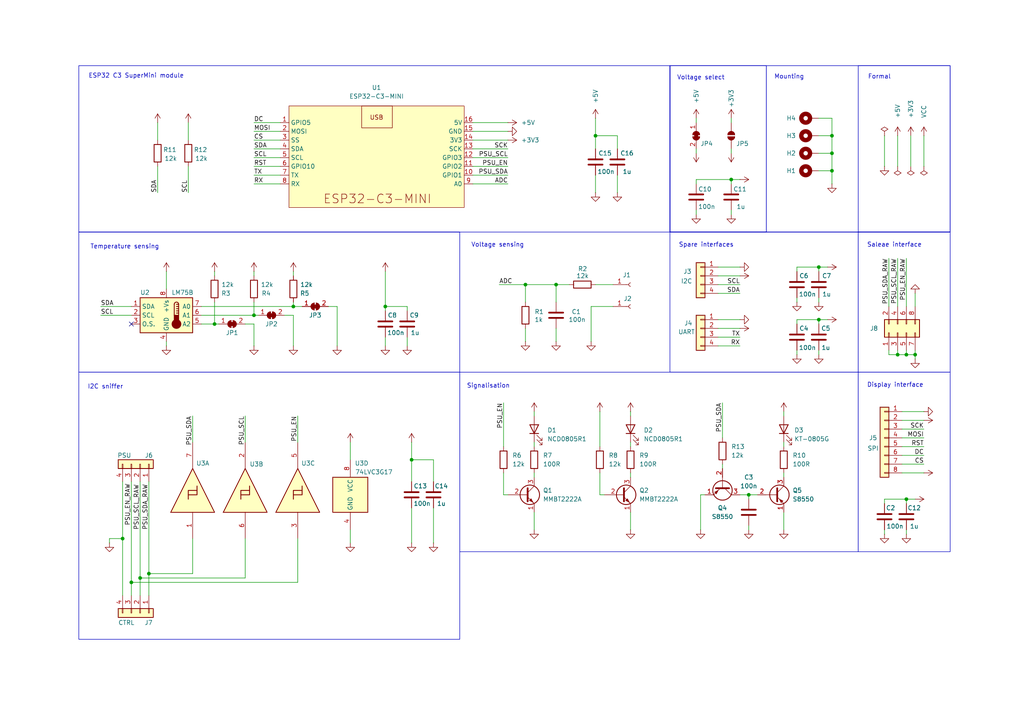
<source format=kicad_sch>
(kicad_sch (version 20250114) (generator "eeschema") (generator_version "9.0")
  (paper "A4")
  (rectangle (start 133.35 107.95) (end 248.92 160.02))
  (rectangle (start 22.86 19.05) (end 194.31 67.31))
  (rectangle (start 194.31 19.05) (end 222.25 67.31))
  (rectangle (start 248.92 19.05) (end 275.59 67.31))
  (rectangle (start 222.25 19.05) (end 275.59 67.31))
  (rectangle (start 22.86 107.95) (end 133.35 185.42))
  (rectangle (start 194.31 67.31) (end 248.92 107.95))
  (rectangle (start 248.92 67.31) (end 275.59 107.95))
  (rectangle (start 248.92 107.95) (end 275.59 160.02))
  (rectangle (start 194.31 19.05) (end 222.25 67.31))
  (rectangle (start 22.86 67.31) (end 133.35 107.95))
  (text "Saleae interface" (at 251.46 71.12 0) (effects (font (size 1.27 1.27)) (justify left)))
  (text "Signalisation" (at 135.382 112.014 0) (effects (font (size 1.27 1.27)) (justify left)))
  (text "ESP32 C3 SuperMini module" (at 25.654 22.098 0) (effects (font (size 1.27 1.27)) (justify left)))
  (text "Voltage sensing" (at 136.652 71.12 0) (effects (font (size 1.27 1.27)) (justify left)))
  (text "I2C sniffer" (at 25.4 112.268 0) (effects (font (size 1.27 1.27)) (justify left)))
  (text "Display interface" (at 251.46 111.76 0) (effects (font (size 1.27 1.27)) (justify left)))
  (text "Voltage select" (at 196.342 22.606 0) (effects (font (size 1.27 1.27)) (justify left)))
  (text "Formal\n" (at 251.714 22.352 0) (effects (font (size 1.27 1.27)) (justify left)))
  (text "Spare interfaces" (at 196.85 71.12 0) (effects (font (size 1.27 1.27)) (justify left)))
  (text "Mounting" (at 224.536 22.352 0) (effects (font (size 1.27 1.27)) (justify left)))
  (text "Temperature sensing" (at 26.162 71.628 0) (effects (font (size 1.27 1.27)) (justify left)))
  (junction (at 35.56 156.21))
  (junction (at 40.64 167.64))
  (junction (at 262.89 102.87))
  (junction (at 237.49 92.71))
  (junction (at 62.23 93.98))
  (junction (at 161.29 82.55))
  (junction (at 73.66 91.44))
  (junction (at 241.3 49.53))
  (junction (at 265.43 102.87))
  (junction (at 241.3 44.45))
  (junction (at 119.38 133.35))
  (junction (at 262.89 144.78))
  (junction (at 152.4 82.55))
  (junction (at 241.3 39.37))
  (junction (at 38.1 168.91))
  (junction (at 43.18 166.37))
  (junction (at 237.49 77.47))
  (junction (at 111.76 88.9))
  (junction (at 217.17 143.51))
  (junction (at 85.09 88.9))
  (junction (at 212.09 52.07))
  (junction (at 172.72 39.37))
  (junction (at 260.35 102.87))
  (no_connect (at 38.1 93.98))
  (wire (pts (xy 241.3 49.53) (xy 241.3 53.34)))
  (wire (pts (xy 171.45 88.9) (xy 171.45 99.06)))
  (wire (pts (xy 175.26 143.51) (xy 173.99 143.51)))
  (wire (pts (xy 40.64 139.7) (xy 40.64 167.64)))
  (wire (pts (xy 262.89 102.87) (xy 265.43 102.87)))
  (wire (pts (xy 154.94 148.59) (xy 154.94 153.67)))
  (wire (pts (xy 137.16 38.1) (xy 147.32 38.1)))
  (wire (pts (xy 71.12 93.98) (xy 73.66 93.98)))
  (wire (pts (xy 212.09 35.56) (xy 212.09 34.29)))
  (wire (pts (xy 179.07 50.8) (xy 179.07 55.88)))
  (wire (pts (xy 154.94 128.27) (xy 154.94 129.54)))
  (wire (pts (xy 227.33 128.27) (xy 227.33 129.54)))
  (wire (pts (xy 262.89 153.67) (xy 262.89 154.94)))
  (wire (pts (xy 182.88 137.16) (xy 182.88 138.43)))
  (wire (pts (xy 62.23 78.74) (xy 62.23 80.01)))
  (wire (pts (xy 119.38 128.27) (xy 119.38 133.35)))
  (wire (pts (xy 262.89 102.87) (xy 262.89 101.6)))
  (wire (pts (xy 73.66 53.34) (xy 81.28 53.34)))
  (wire (pts (xy 237.49 77.47) (xy 240.03 77.47)))
  (wire (pts (xy 231.14 77.47) (xy 237.49 77.47)))
  (wire (pts (xy 241.3 34.29) (xy 241.3 39.37)))
  (wire (pts (xy 119.38 133.35) (xy 125.73 133.35)))
  (wire (pts (xy 73.66 40.64) (xy 81.28 40.64)))
  (wire (pts (xy 137.16 40.64) (xy 147.32 40.64)))
  (wire (pts (xy 241.3 39.37) (xy 237.49 39.37)))
  (wire (pts (xy 182.88 128.27) (xy 182.88 129.54)))
  (wire (pts (xy 172.72 82.55) (xy 177.8 82.55)))
  (wire (pts (xy 264.16 39.37) (xy 264.16 48.26)))
  (wire (pts (xy 241.3 44.45) (xy 241.3 49.53)))
  (wire (pts (xy 214.63 82.55) (xy 208.28 82.55)))
  (wire (pts (xy 173.99 137.16) (xy 173.99 143.51)))
  (wire (pts (xy 111.76 78.74) (xy 111.76 88.9)))
  (wire (pts (xy 214.63 97.79) (xy 208.28 97.79)))
  (wire (pts (xy 101.6 153.67) (xy 101.6 157.48)))
  (wire (pts (xy 201.93 44.45) (xy 201.93 43.18)))
  (wire (pts (xy 241.3 44.45) (xy 237.49 44.45)))
  (wire (pts (xy 262.89 88.9) (xy 262.89 74.93)))
  (wire (pts (xy 212.09 52.07) (xy 212.09 53.34)))
  (wire (pts (xy 85.09 78.74) (xy 85.09 80.01)))
  (wire (pts (xy 40.64 167.64) (xy 71.12 167.64)))
  (wire (pts (xy 261.62 124.46) (xy 267.97 124.46)))
  (wire (pts (xy 73.66 35.56) (xy 81.28 35.56)))
  (wire (pts (xy 237.49 86.36) (xy 237.49 87.63)))
  (wire (pts (xy 237.49 92.71) (xy 237.49 93.98)))
  (wire (pts (xy 111.76 88.9) (xy 111.76 90.17)))
  (wire (pts (xy 214.63 85.09) (xy 208.28 85.09)))
  (wire (pts (xy 161.29 95.25) (xy 161.29 99.06)))
  (wire (pts (xy 182.88 148.59) (xy 182.88 153.67)))
  (wire (pts (xy 147.32 50.8) (xy 137.16 50.8)))
  (wire (pts (xy 260.35 102.87) (xy 260.35 101.6)))
  (wire (pts (xy 265.43 102.87) (xy 265.43 104.14)))
  (wire (pts (xy 227.33 137.16) (xy 227.33 138.43)))
  (wire (pts (xy 71.12 167.64) (xy 71.12 156.21)))
  (wire (pts (xy 172.72 39.37) (xy 172.72 43.18)))
  (wire (pts (xy 48.26 99.06) (xy 48.26 100.33)))
  (wire (pts (xy 146.05 137.16) (xy 146.05 143.51)))
  (wire (pts (xy 31.75 156.21) (xy 35.56 156.21)))
  (wire (pts (xy 208.28 80.01) (xy 214.63 80.01)))
  (wire (pts (xy 38.1 168.91) (xy 86.36 168.91)))
  (wire (pts (xy 73.66 45.72) (xy 81.28 45.72)))
  (wire (pts (xy 177.8 88.9) (xy 171.45 88.9)))
  (wire (pts (xy 256.54 144.78) (xy 262.89 144.78)))
  (wire (pts (xy 172.72 55.88) (xy 172.72 50.8)))
  (wire (pts (xy 214.63 100.33) (xy 208.28 100.33)))
  (wire (pts (xy 227.33 119.38) (xy 227.33 120.65)))
  (wire (pts (xy 231.14 92.71) (xy 231.14 93.98)))
  (wire (pts (xy 43.18 166.37) (xy 55.88 166.37)))
  (wire (pts (xy 73.66 50.8) (xy 81.28 50.8)))
  (wire (pts (xy 209.55 134.62) (xy 209.55 135.89)))
  (wire (pts (xy 29.21 88.9) (xy 38.1 88.9)))
  (wire (pts (xy 152.4 82.55) (xy 152.4 87.63)))
  (wire (pts (xy 111.76 100.33) (xy 111.76 97.79)))
  (wire (pts (xy 256.54 39.37) (xy 256.54 48.26)))
  (wire (pts (xy 237.49 77.47) (xy 237.49 78.74)))
  (wire (pts (xy 38.1 168.91) (xy 38.1 172.72)))
  (wire (pts (xy 201.93 62.23) (xy 201.93 60.96)))
  (wire (pts (xy 241.3 39.37) (xy 241.3 44.45)))
  (wire (pts (xy 97.79 88.9) (xy 97.79 100.33)))
  (wire (pts (xy 237.49 92.71) (xy 240.03 92.71)))
  (wire (pts (xy 265.43 88.9) (xy 265.43 85.09)))
  (wire (pts (xy 31.75 157.48) (xy 31.75 156.21)))
  (wire (pts (xy 161.29 82.55) (xy 165.1 82.55)))
  (wire (pts (xy 261.62 134.62) (xy 267.97 134.62)))
  (wire (pts (xy 95.25 88.9) (xy 97.79 88.9)))
  (wire (pts (xy 231.14 77.47) (xy 231.14 78.74)))
  (wire (pts (xy 267.97 39.37) (xy 267.97 48.26)))
  (wire (pts (xy 257.81 102.87) (xy 260.35 102.87)))
  (wire (pts (xy 260.35 88.9) (xy 260.35 74.93)))
  (wire (pts (xy 262.89 144.78) (xy 262.89 146.05)))
  (wire (pts (xy 111.76 88.9) (xy 118.11 88.9)))
  (wire (pts (xy 43.18 139.7) (xy 43.18 166.37)))
  (wire (pts (xy 257.81 102.87) (xy 257.81 101.6)))
  (wire (pts (xy 241.3 49.53) (xy 237.49 49.53)))
  (wire (pts (xy 172.72 39.37) (xy 179.07 39.37)))
  (wire (pts (xy 217.17 143.51) (xy 219.71 143.51)))
  (wire (pts (xy 55.88 166.37) (xy 55.88 156.21)))
  (wire (pts (xy 62.23 87.63) (xy 62.23 93.98)))
  (wire (pts (xy 144.78 82.55) (xy 152.4 82.55)))
  (wire (pts (xy 161.29 82.55) (xy 161.29 87.63)))
  (wire (pts (xy 261.62 121.92) (xy 267.97 121.92)))
  (wire (pts (xy 73.66 78.74) (xy 73.66 80.01)))
  (wire (pts (xy 147.32 43.18) (xy 137.16 43.18)))
  (wire (pts (xy 201.93 52.07) (xy 212.09 52.07)))
  (wire (pts (xy 35.56 156.21) (xy 35.56 172.72)))
  (wire (pts (xy 73.66 93.98) (xy 73.66 100.33)))
  (wire (pts (xy 40.64 167.64) (xy 40.64 172.72)))
  (wire (pts (xy 45.72 35.56) (xy 45.72 40.64)))
  (wire (pts (xy 201.93 52.07) (xy 201.93 53.34)))
  (wire (pts (xy 85.09 87.63) (xy 85.09 88.9)))
  (wire (pts (xy 125.73 147.32) (xy 125.73 157.48)))
  (wire (pts (xy 231.14 102.87) (xy 231.14 101.6)))
  (wire (pts (xy 241.3 34.29) (xy 237.49 34.29)))
  (wire (pts (xy 154.94 119.38) (xy 154.94 120.65)))
  (wire (pts (xy 118.11 88.9) (xy 118.11 90.17)))
  (wire (pts (xy 86.36 120.65) (xy 86.36 128.27)))
  (wire (pts (xy 85.09 91.44) (xy 85.09 100.33)))
  (wire (pts (xy 35.56 139.7) (xy 35.56 156.21)))
  (wire (pts (xy 203.2 143.51) (xy 204.47 143.51)))
  (wire (pts (xy 147.32 48.26) (xy 137.16 48.26)))
  (wire (pts (xy 261.62 119.38) (xy 267.97 119.38)))
  (wire (pts (xy 265.43 102.87) (xy 265.43 101.6)))
  (wire (pts (xy 101.6 128.27) (xy 101.6 133.35)))
  (wire (pts (xy 45.72 48.26) (xy 45.72 55.88)))
  (wire (pts (xy 231.14 92.71) (xy 237.49 92.71)))
  (wire (pts (xy 152.4 95.25) (xy 152.4 99.06)))
  (wire (pts (xy 73.66 87.63) (xy 73.66 91.44)))
  (wire (pts (xy 147.32 143.51) (xy 146.05 143.51)))
  (wire (pts (xy 85.09 88.9) (xy 87.63 88.9)))
  (wire (pts (xy 146.05 116.84) (xy 146.05 129.54)))
  (wire (pts (xy 62.23 93.98) (xy 63.5 93.98)))
  (wire (pts (xy 237.49 101.6) (xy 237.49 102.87)))
  (wire (pts (xy 137.16 35.56) (xy 147.32 35.56)))
  (wire (pts (xy 256.54 144.78) (xy 256.54 146.05)))
  (wire (pts (xy 147.32 53.34) (xy 137.16 53.34)))
  (wire (pts (xy 262.89 144.78) (xy 265.43 144.78)))
  (wire (pts (xy 119.38 133.35) (xy 119.38 139.7)))
  (wire (pts (xy 54.61 35.56) (xy 54.61 40.64)))
  (wire (pts (xy 73.66 91.44) (xy 74.93 91.44)))
  (wire (pts (xy 231.14 87.63) (xy 231.14 86.36)))
  (wire (pts (xy 261.62 129.54) (xy 267.97 129.54)))
  (wire (pts (xy 154.94 137.16) (xy 154.94 138.43)))
  (wire (pts (xy 58.42 91.44) (xy 73.66 91.44)))
  (wire (pts (xy 267.97 127) (xy 261.62 127)))
  (wire (pts (xy 217.17 152.4) (xy 217.17 153.67)))
  (wire (pts (xy 208.28 92.71) (xy 214.63 92.71)))
  (wire (pts (xy 201.93 35.56) (xy 201.93 34.29)))
  (wire (pts (xy 182.88 119.38) (xy 182.88 120.65)))
  (wire (pts (xy 257.81 88.9) (xy 257.81 74.93)))
  (wire (pts (xy 260.35 39.37) (xy 260.35 48.26)))
  (wire (pts (xy 86.36 168.91) (xy 86.36 156.21)))
  (wire (pts (xy 267.97 132.08) (xy 261.62 132.08)))
  (wire (pts (xy 203.2 153.67) (xy 203.2 143.51)))
  (wire (pts (xy 58.42 88.9) (xy 85.09 88.9)))
  (wire (pts (xy 261.62 137.16) (xy 267.97 137.16)))
  (wire (pts (xy 73.66 38.1) (xy 81.28 38.1)))
  (wire (pts (xy 208.28 95.25) (xy 214.63 95.25)))
  (wire (pts (xy 29.21 91.44) (xy 38.1 91.44)))
  (wire (pts (xy 152.4 82.55) (xy 161.29 82.55)))
  (wire (pts (xy 125.73 133.35) (xy 125.73 139.7)))
  (wire (pts (xy 173.99 119.38) (xy 173.99 129.54)))
  (wire (pts (xy 179.07 39.37) (xy 179.07 43.18)))
  (wire (pts (xy 227.33 148.59) (xy 227.33 153.67)))
  (wire (pts (xy 71.12 120.65) (xy 71.12 128.27)))
  (wire (pts (xy 260.35 102.87) (xy 262.89 102.87)))
  (wire (pts (xy 209.55 116.84) (xy 209.55 127)))
  (wire (pts (xy 212.09 44.45) (xy 212.09 43.18)))
  (wire (pts (xy 43.18 166.37) (xy 43.18 172.72)))
  (wire (pts (xy 73.66 48.26) (xy 81.28 48.26)))
  (wire (pts (xy 212.09 60.96) (xy 212.09 62.23)))
  (wire (pts (xy 147.32 45.72) (xy 137.16 45.72)))
  (wire (pts (xy 82.55 91.44) (xy 85.09 91.44)))
  (wire (pts (xy 48.26 78.74) (xy 48.26 83.82)))
  (wire (pts (xy 118.11 97.79) (xy 118.11 100.33)))
  (wire (pts (xy 58.42 93.98) (xy 62.23 93.98)))
  (wire (pts (xy 73.66 43.18) (xy 81.28 43.18)))
  (wire (pts (xy 214.63 143.51) (xy 217.17 143.51)))
  (wire (pts (xy 256.54 154.94) (xy 256.54 153.67)))
  (wire (pts (xy 172.72 34.29) (xy 172.72 39.37)))
  (wire (pts (xy 55.88 120.65) (xy 55.88 128.27)))
  (wire (pts (xy 38.1 139.7) (xy 38.1 168.91)))
  (wire (pts (xy 119.38 157.48) (xy 119.38 147.32)))
  (wire (pts (xy 217.17 143.51) (xy 217.17 144.78)))
  (wire (pts (xy 208.28 77.47) (xy 214.63 77.47)))
  (wire (pts (xy 212.09 52.07) (xy 214.63 52.07)))
  (wire (pts (xy 54.61 48.26) (xy 54.61 55.88)))
  (label "PSU_SCL" (at 147.32 45.72 180))
  (label "SDA" (at 73.66 43.18 0))
  (label "PSU_EN_RAW" (at 262.89 74.93 270))
  (label "PSU_SCL_RAW" (at 260.35 74.93 270))
  (label "SDA" (at 214.63 85.09 180))
  (label "SCK" (at 147.32 43.18 180))
  (label "RST" (at 267.97 129.54 180))
  (label "ADC" (at 147.32 53.34 180))
  (label "RX" (at 73.66 53.34 0))
  (label "RST" (at 73.66 48.26 0))
  (label "PSU_EN" (at 147.32 48.26 180))
  (label "PSU_SCL" (at 71.12 120.65 270))
  (label "SCK" (at 267.97 124.46 180))
  (label "MOSI" (at 73.66 38.1 0))
  (label "DC" (at 267.97 132.08 180))
  (label "RX" (at 214.63 100.33 180))
  (label "SCL" (at 214.63 82.55 180))
  (label "ADC" (at 144.78 82.55 0))
  (label "SCL" (at 54.61 55.88 90))
  (label "CS" (at 73.66 40.64 0))
  (label "PSU_SDA_RAW" (at 43.18 153.67 90))
  (label "PSU_EN" (at 86.36 120.65 270))
  (label "SDA" (at 45.72 55.88 90))
  (label "SDA" (at 29.21 88.9 0))
  (label "TX" (at 214.63 97.79 180))
  (label "PSU_SCL_RAW" (at 40.64 153.67 90))
  (label "TX" (at 73.66 50.8 0))
  (label "PSU_EN" (at 146.05 116.84 270))
  (label "CS" (at 267.97 134.62 180))
  (label "PSU_SDA_RAW" (at 257.81 74.93 270))
  (label "PSU_EN_RAW" (at 38.1 152.4 90))
  (label "MOSI" (at 267.97 127 180))
  (label "SCL" (at 29.21 91.44 0))
  (label "PSU_SDA" (at 209.55 116.84 270))
  (label "PSU_SDA" (at 55.88 120.65 270))
  (label "DC" (at 73.66 35.56 0))
  (label "PSU_SDA" (at 147.32 50.8 180))
  (label "SCL" (at 73.66 45.72 0))
  (symbol (lib_id "Connector_Generic:Conn_01x04") (at 40.64 177.8 270) (unit 1)
    (property "Reference" "J7" (at 41.91 180.594 90) (effects (justify left)))
    (property "Value" "CTRL" (at 34.29 180.594 90) (effects (justify left)))
    (property "Footprint" "Connector_Molex:Molex_KK-254_AE-6410-04A_1x04_P2.54mm_Vertical" (effects (hide yes)))
    (property "Description" "Generic connector, single row, 01x04, script generated (kicad-library-utils/schlib/autogen/connector/)" (effects (hide yes)))
  )
  (symbol (lib_id "Device:C") (at 172.72 46.99 180) (unit 1)
    (property "Reference" "C15" (at 175.514 44.45 0))
    (property "Value" "100n" (at 175.768 49.784 0))
    (property "Footprint" "Capacitor_SMD:C_0603_1608Metric_Pad1.08x0.95mm_HandSolder" (effects (hide yes)))
    (property "LCSC" "C14663" (effects (hide yes)))
  )
  (symbol (lib_id "74xGxx:74LVC3G17") (at 71.12 140.97 90) (unit 2)
    (property "Reference" "U3" (at 72.39 134.62 90) (effects (justify right)))
    (property "Value" "74LVC3G17" (effects (hide yes)))
    (property "Footprint" "Package_SO:VSSOP-8_2.3x2mm_P0.5mm" (effects (hide yes)))
    (property "Datasheet" "http://www.ti.com/lit/sg/scyt129e/scyt129e.pdf" (effects (hide yes)))
    (property "Description" "Triple Buffer Schmitt, Low-Voltage CMOS" (effects (hide yes)))
    (property "LCSC" "C68245" (effects (hide yes)))
  )
  (symbol (lib_id "power:VCC") (at 85.09 78.74 0) (unit 1)
    (property "Reference" "#PWR024" (effects (hide yes)))
    (property "Value" "VCC" (effects (hide yes)))
    (property "Description" "Power symbol creates a global label with name \"VCC\"" (effects (hide yes)))
  )
  (symbol (lib_id "power:VCC") (at 265.43 144.78 270) (unit 1)
    (property "Reference" "#PWR056" (effects (hide yes)))
    (property "Value" "VCC" (effects (hide yes)))
    (property "Description" "Power symbol creates a global label with name \"VCC\"" (effects (hide yes)))
  )
  (symbol (lib_name "GND_1") (lib_id "power:GND") (at 212.09 62.23 0) (unit 1)
    (property "Reference" "#PWR054" (effects (hide yes)))
    (property "Value" "GND" (effects (hide yes)))
    (property "Description" "Power symbol creates a global label with name \"GND\" , ground" (effects (hide yes)))
  )
  (symbol (lib_id "74xGxx:74LVC3G17") (at 55.88 140.97 90) (unit 1)
    (property "Reference" "U3" (at 56.896 134.366 90) (effects (justify right)))
    (property "Value" "74LVC3G17" (effects (hide yes)))
    (property "Footprint" "Package_SO:VSSOP-8_2.3x2mm_P0.5mm" (effects (hide yes)))
    (property "Datasheet" "http://www.ti.com/lit/sg/scyt129e/scyt129e.pdf" (effects (hide yes)))
    (property "Description" "Triple Buffer Schmitt, Low-Voltage CMOS" (effects (hide yes)))
    (property "LCSC" "C68245" (effects (hide yes)))
  )
  (symbol (lib_id "Mechanical:MountingHole_Pad") (at 234.95 44.45 90) (unit 1)
    (property "Reference" "H2" (at 228.092 44.45 90) (effects (justify right)))
    (property "Value" "M3_Pad_Via" (effects (hide yes)))
    (property "Footprint" "MountingHole:MountingHole_3.2mm_M3_DIN965_Pad_TopBottom" (effects (hide yes)))
  )
  (symbol (lib_name "GND_1") (lib_id "power:GND") (at 201.93 62.23 0) (unit 1)
    (property "Reference" "#PWR053" (effects (hide yes)))
    (property "Value" "GND" (effects (hide yes)))
    (property "Description" "Power symbol creates a global label with name \"GND\" , ground" (effects (hide yes)))
  )
  (symbol (lib_id "power:+5V") (at 147.32 35.56 270) (unit 1)
    (property "Reference" "#PWR09" (effects (hide yes)))
    (property "Value" "+5V" (at 151.13 35.5599 90) (effects (justify left)))
    (property "Description" "Power symbol creates a global label with name \"+5V\"" (effects (hide yes)))
  )
  (symbol (lib_id "power:VCC") (at 62.23 78.74 0) (unit 1)
    (property "Reference" "#PWR022" (effects (hide yes)))
    (property "Value" "VCC" (effects (hide yes)))
    (property "Description" "Power symbol creates a global label with name \"VCC\"" (effects (hide yes)))
  )
  (symbol (lib_id "Connector:Conn_01x01_Socket") (at 182.88 88.9 0) (unit 1)
    (property "Reference" "J2" (at 180.848 86.614 0) (effects (justify left)))
    (property "Value" "Bannana plug" (effects (hide yes)))
    (property "Footprint" "Connector:Banana_Cliff_FCR7350B_S16N-PC_Horizontal" (effects (hide yes)))
  )
  (symbol (lib_name "+3V3_1") (lib_id "power:+3V3") (at 264.16 39.37 0) (unit 1)
    (property "Reference" "#PWR030" (effects (hide yes)))
    (property "Value" "+3V3" (at 264.16 34.29 90) (effects (justify left)))
    (property "Description" "Power symbol creates a global label with name \"+3V3\"" (effects (hide yes)))
  )
  (symbol (lib_id "power:PWR_FLAG") (at 264.16 48.26 180) (unit 1)
    (property "Reference" "#FLG03" (effects (hide yes)))
    (property "Value" "PWR_FLAG" (effects (hide yes)))
    (property "Description" "Special symbol for telling ERC where power comes from" (effects (hide yes)))
  )
  (symbol (lib_id "power:PWR_FLAG") (at 260.35 48.26 180) (unit 1)
    (property "Reference" "#FLG02" (effects (hide yes)))
    (property "Value" "PWR_FLAG" (effects (hide yes)))
    (property "Description" "Special symbol for telling ERC where power comes from" (effects (hide yes)))
  )
  (symbol (lib_id "Jumper:SolderJumper_2_Bridged") (at 91.44 88.9 0) (unit 1)
    (property "Reference" "JP3" (at 91.44 91.44 0))
    (property "Value" "SolderJumper_2_Bridged" (effects (hide yes)))
    (property "Footprint" "Jumper:SolderJumper-2_P1.3mm_Bridged_RoundedPad1.0x1.5mm" (effects (hide yes)))
  )
  (symbol (lib_name "GND_1") (lib_id "power:GND") (at 97.79 100.33 0) (unit 1)
    (property "Reference" "#PWR026" (effects (hide yes)))
    (property "Value" "GND" (effects (hide yes)))
    (property "Description" "Power symbol creates a global label with name \"GND\" , ground" (effects (hide yes)))
  )
  (symbol (lib_id "Device:R") (at 152.4 91.44 0) (unit 1)
    (property "Reference" "R1" (at 157.734 90.424 0) (effects (justify right)))
    (property "Value" "1k" (at 157.48 92.71 0) (effects (justify right)))
    (property "Footprint" "Resistor_SMD:R_0603_1608Metric_Pad0.98x0.95mm_HandSolder" (effects (hide yes)))
    (property "LCSC" "C21190" (effects (hide yes)))
  )
  (symbol (lib_id "Connector_Generic:Conn_01x08") (at 256.54 127 0) (mirror y) (unit 1)
    (property "Reference" "J5" (at 253.238 127 0))
    (property "Value" "SPI" (at 253.238 130.048 0))
    (property "Footprint" "Connector_PinHeader_2.54mm:PinHeader_1x08_P2.54mm_Vertical" (effects (hide yes)))
    (property "Description" "Generic connector, single row, 01x08, script generated (kicad-library-utils/schlib/autogen/connector/)" (effects (hide yes)))
  )
  (symbol (lib_id "power:VCC") (at 214.63 95.25 270) (unit 1)
    (property "Reference" "#PWR012" (effects (hide yes)))
    (property "Value" "VCC" (effects (hide yes)))
    (property "Description" "Power symbol creates a global label with name \"VCC\"" (effects (hide yes)))
  )
  (symbol (lib_name "GND_1") (lib_id "power:GND") (at 256.54 154.94 0) (unit 1)
    (property "Reference" "#PWR027" (effects (hide yes)))
    (property "Value" "GND" (effects (hide yes)))
    (property "Description" "Power symbol creates a global label with name \"GND\" , ground" (effects (hide yes)))
  )
  (symbol (lib_id "power:+5V") (at 172.72 34.29 0) (unit 1)
    (property "Reference" "#PWR062" (effects (hide yes)))
    (property "Value" "+5V" (at 172.72 29.972 90) (effects (justify left)))
    (property "Description" "Power symbol creates a global label with name \"+5V\"" (effects (hide yes)))
  )
  (symbol (lib_name "GND_1") (lib_id "power:GND") (at 231.14 102.87 0) (unit 1)
    (property "Reference" "#PWR047" (effects (hide yes)))
    (property "Value" "GND" (effects (hide yes)))
    (property "Description" "Power symbol creates a global label with name \"GND\" , ground" (effects (hide yes)))
  )
  (symbol (lib_id "Device:C") (at 201.93 57.15 180) (unit 1)
    (property "Reference" "C10" (at 204.47 54.864 0))
    (property "Value" "100n" (at 204.978 59.944 0))
    (property "Footprint" "Capacitor_SMD:C_0603_1608Metric_Pad1.08x0.95mm_HandSolder" (effects (hide yes)))
    (property "LCSC" "C14663" (effects (hide yes)))
  )
  (symbol (lib_id "Device:R") (at 168.91 82.55 90) (unit 1)
    (property "Reference" "R2" (at 167.64 77.978 90) (effects (justify right)))
    (property "Value" "12k" (at 167.132 80.01 90) (effects (justify right)))
    (property "Footprint" "Resistor_SMD:R_0603_1608Metric_Pad0.98x0.95mm_HandSolder" (effects (hide yes)))
    (property "LCSC" "C22790" (effects (hide yes)))
  )
  (symbol (lib_name "GND_1") (lib_id "power:GND") (at 256.54 48.26 0) (unit 1)
    (property "Reference" "#PWR016" (effects (hide yes)))
    (property "Value" "GND" (effects (hide yes)))
    (property "Description" "Power symbol creates a global label with name \"GND\" , ground" (effects (hide yes)))
  )
  (symbol (lib_name "GND_1") (lib_id "power:GND") (at 154.94 153.67 0) (unit 1)
    (property "Reference" "#PWR038" (effects (hide yes)))
    (property "Value" "GND" (effects (hide yes)))
    (property "Description" "Power symbol creates a global label with name \"GND\" , ground" (effects (hide yes)))
  )
  (symbol (lib_name "GND_1") (lib_id "power:GND") (at 85.09 100.33 0) (unit 1)
    (property "Reference" "#PWR025" (effects (hide yes)))
    (property "Value" "GND" (effects (hide yes)))
    (property "Description" "Power symbol creates a global label with name \"GND\" , ground" (effects (hide yes)))
  )
  (symbol (lib_id "power:VCC") (at 267.97 121.92 270) (unit 1)
    (property "Reference" "#PWR014" (effects (hide yes)))
    (property "Value" "VCC" (effects (hide yes)))
    (property "Description" "Power symbol creates a global label with name \"VCC\"" (effects (hide yes)))
  )
  (symbol (lib_id "Device:C") (at 118.11 93.98 180) (unit 1)
    (property "Reference" "C9" (at 120.142 91.44 0))
    (property "Value" "1u" (at 120.396 96.52 0))
    (property "Footprint" "Capacitor_SMD:C_0603_1608Metric_Pad1.08x0.95mm_HandSolder" (effects (hide yes)))
    (property "LCSC" " C15849" (effects (hide yes)))
  )
  (symbol (lib_id "power:VCC") (at 267.97 137.16 270) (unit 1)
    (property "Reference" "#PWR067" (effects (hide yes)))
    (property "Value" "VCC" (effects (hide yes)))
    (property "Description" "Power symbol creates a global label with name \"VCC\"" (effects (hide yes)))
  )
  (symbol (lib_id "power:VCC") (at 119.38 128.27 0) (unit 1)
    (property "Reference" "#PWR059" (effects (hide yes)))
    (property "Value" "VCC" (effects (hide yes)))
    (property "Description" "Power symbol creates a global label with name \"VCC\"" (effects (hide yes)))
  )
  (symbol (lib_name "GND_1") (lib_id "power:GND") (at 217.17 153.67 0) (unit 1)
    (property "Reference" "#PWR08" (effects (hide yes)))
    (property "Value" "GND" (effects (hide yes)))
    (property "Description" "Power symbol creates a global label with name \"GND\" , ground" (effects (hide yes)))
  )
  (symbol (lib_name "GND_1") (lib_id "power:GND") (at 171.45 99.06 0) (unit 1)
    (property "Reference" "#PWR03" (effects (hide yes)))
    (property "Value" "GND" (effects (hide yes)))
    (property "Description" "Power symbol creates a global label with name \"GND\" , ground" (effects (hide yes)))
  )
  (symbol (lib_id "power:VCC") (at 214.63 80.01 270) (unit 1)
    (property "Reference" "#PWR010" (effects (hide yes)))
    (property "Value" "VCC" (effects (hide yes)))
    (property "Description" "Power symbol creates a global label with name \"VCC\"" (effects (hide yes)))
  )
  (symbol (lib_id "power:VCC") (at 73.66 78.74 0) (unit 1)
    (property "Reference" "#PWR023" (effects (hide yes)))
    (property "Value" "VCC" (effects (hide yes)))
    (property "Description" "Power symbol creates a global label with name \"VCC\"" (effects (hide yes)))
  )
  (symbol (lib_id "power:VCC") (at 45.72 35.56 0) (unit 1)
    (property "Reference" "#PWR065" (effects (hide yes)))
    (property "Value" "VCC" (effects (hide yes)))
    (property "Description" "Power symbol creates a global label with name \"VCC\"" (effects (hide yes)))
  )
  (symbol (lib_name "GND_1") (lib_id "power:GND") (at 101.6 157.48 0) (unit 1)
    (property "Reference" "#PWR041" (effects (hide yes)))
    (property "Value" "GND" (effects (hide yes)))
    (property "Description" "Power symbol creates a global label with name \"GND\" , ground" (effects (hide yes)))
  )
  (symbol (lib_name "GND_1") (lib_id "power:GND") (at 182.88 153.67 0) (unit 1)
    (property "Reference" "#PWR040" (effects (hide yes)))
    (property "Value" "GND" (effects (hide yes)))
    (property "Description" "Power symbol creates a global label with name \"GND\" , ground" (effects (hide yes)))
  )
  (symbol (lib_id "power:VCC") (at 54.61 35.56 0) (unit 1)
    (property "Reference" "#PWR066" (effects (hide yes)))
    (property "Value" "VCC" (effects (hide yes)))
    (property "Description" "Power symbol creates a global label with name \"VCC\"" (effects (hide yes)))
  )
  (symbol (lib_id "Connector_Generic:Conn_01x04") (at 203.2 80.01 0) (mirror y) (unit 1)
    (property "Reference" "J3" (at 199.39 78.74 0))
    (property "Value" "I2C" (at 199.136 81.534 0))
    (property "Footprint" "Connector_PinHeader_2.54mm:PinHeader_1x04_P2.54mm_Vertical" (effects (hide yes)))
    (property "Description" "Generic connector, single row, 01x04, script generated (kicad-library-utils/schlib/autogen/connector/)" (effects (hide yes)))
  )
  (symbol (lib_name "GND_1") (lib_id "power:GND") (at 161.29 99.06 0) (unit 1)
    (property "Reference" "#PWR02" (effects (hide yes)))
    (property "Value" "GND" (effects (hide yes)))
    (property "Description" "Power symbol creates a global label with name \"GND\" , ground" (effects (hide yes)))
  )
  (symbol (lib_id "Device:C") (at 125.73 143.51 180) (unit 1)
    (property "Reference" "C14" (at 128.016 140.97 0))
    (property "Value" "1u" (at 128.016 146.05 0))
    (property "Footprint" "Capacitor_SMD:C_0603_1608Metric_Pad1.08x0.95mm_HandSolder" (effects (hide yes)))
    (property "LCSC" " C15849" (effects (hide yes)))
  )
  (symbol (lib_id "Device:C") (at 111.76 93.98 180) (unit 1)
    (property "Reference" "C8" (at 113.792 91.44 0))
    (property "Value" "100n" (at 114.808 96.52 0))
    (property "Footprint" "Capacitor_SMD:C_0603_1608Metric_Pad1.08x0.95mm_HandSolder" (effects (hide yes)))
    (property "LCSC" "C14663" (effects (hide yes)))
  )
  (symbol (lib_id "Device:LED") (at 154.94 124.46 90) (unit 1)
    (property "Reference" "D1" (at 158.75 124.7775 90) (effects (justify right)))
    (property "Value" "NCD0805R1" (at 158.75 127.3175 90) (effects (justify right)))
    (property "Footprint" "LED_SMD:LED_0805_2012Metric_Pad1.15x1.40mm_HandSolder" (effects (hide yes)))
    (property "LCSC" "C84256" (effects (hide yes)))
    (property "Text" "3V3" (effects (hide yes)))
  )
  (symbol (lib_id "Device:R") (at 73.66 83.82 0) (unit 1)
    (property "Reference" "R4" (at 77.216 85.09 0))
    (property "Value" "12k" (at 77.47 82.55 0))
    (property "Footprint" "Resistor_SMD:R_0603_1608Metric_Pad0.98x0.95mm_HandSolder" (effects (hide yes)))
    (property "LCSC" "C22790" (effects (hide yes)))
  )
  (symbol (lib_id "Mechanical:MountingHole_Pad") (at 234.95 34.29 90) (unit 1)
    (property "Reference" "H4" (at 228.092 34.29 90) (effects (justify right)))
    (property "Value" "M3_Pad_Via" (effects (hide yes)))
    (property "Footprint" "MountingHole:MountingHole_3.2mm_M3_DIN965_Pad_TopBottom" (effects (hide yes)))
  )
  (symbol (lib_name "GND_1") (lib_id "power:GND") (at 262.89 154.94 0) (unit 1)
    (property "Reference" "#PWR028" (effects (hide yes)))
    (property "Value" "GND" (effects (hide yes)))
    (property "Description" "Power symbol creates a global label with name \"GND\" , ground" (effects (hide yes)))
  )
  (symbol (lib_id "Device:C") (at 231.14 97.79 180) (unit 1)
    (property "Reference" "C4" (at 233.172 95.25 0))
    (property "Value" "100n" (at 234.188 100.838 0))
    (property "Footprint" "Capacitor_SMD:C_0603_1608Metric_Pad1.08x0.95mm_HandSolder" (effects (hide yes)))
    (property "LCSC" "C14663" (effects (hide yes)))
  )
  (symbol (lib_id "power:PWR_FLAG") (at 256.54 39.37 0) (unit 1)
    (property "Reference" "#FLG01" (effects (hide yes)))
    (property "Value" "PWR_FLAG" (effects (hide yes)))
    (property "Description" "Special symbol for telling ERC where power comes from" (effects (hide yes)))
  )
  (symbol (lib_id "Device:R") (at 227.33 133.35 180) (unit 1)
    (property "Reference" "R10" (at 229.87 132.08 0) (effects (justify right)))
    (property "Value" "100R" (at 229.87 134.62 0) (effects (justify right)))
    (property "Footprint" "Resistor_SMD:R_0603_1608Metric_Pad0.98x0.95mm_HandSolder" (effects (hide yes)))
    (property "LCSC" "C22775" (effects (hide yes)))
  )
  (symbol (lib_id "power:VCC") (at 48.26 78.74 0) (unit 1)
    (property "Reference" "#PWR020" (effects (hide yes)))
    (property "Value" "VCC" (effects (hide yes)))
    (property "Description" "Power symbol creates a global label with name \"VCC\"" (effects (hide yes)))
  )
  (symbol (lib_id "Device:C") (at 256.54 149.86 180) (unit 1)
    (property "Reference" "C2" (at 258.318 147.32 0))
    (property "Value" "100n" (at 259.588 152.654 0))
    (property "Footprint" "Capacitor_SMD:C_0603_1608Metric_Pad1.08x0.95mm_HandSolder" (effects (hide yes)))
    (property "LCSC" "C14663" (effects (hide yes)))
  )
  (symbol (lib_name "GND_1") (lib_id "power:GND") (at 48.26 100.33 0) (unit 1)
    (property "Reference" "#PWR019" (effects (hide yes)))
    (property "Value" "GND" (effects (hide yes)))
    (property "Description" "Power symbol creates a global label with name \"GND\" , ground" (effects (hide yes)))
  )
  (symbol (lib_id "power:VCC") (at 212.09 44.45 180) (unit 1)
    (property "Reference" "#PWR033" (effects (hide yes)))
    (property "Value" "VCC" (effects (hide yes)))
    (property "Description" "Power symbol creates a global label with name \"VCC\"" (effects (hide yes)))
  )
  (symbol (lib_name "GND_1") (lib_id "power:GND") (at 125.73 157.48 0) (unit 1)
    (property "Reference" "#PWR058" (effects (hide yes)))
    (property "Value" "GND" (effects (hide yes)))
    (property "Description" "Power symbol creates a global label with name \"GND\" , ground" (effects (hide yes)))
  )
  (symbol (lib_name "GND_1") (lib_id "power:GND") (at 111.76 100.33 0) (unit 1)
    (property "Reference" "#PWR050" (effects (hide yes)))
    (property "Value" "GND" (effects (hide yes)))
    (property "Description" "Power symbol creates a global label with name \"GND\" , ground" (effects (hide yes)))
  )
  (symbol (lib_id "Device:LED") (at 227.33 124.46 90) (unit 1)
    (property "Reference" "D3" (at 230.378 124.7775 90) (effects (justify right)))
    (property "Value" "KT-0805G" (at 230.378 127.3175 90) (effects (justify right)))
    (property "Footprint" "LED_SMD:LED_0805_2012Metric_Pad1.15x1.40mm_HandSolder" (effects (hide yes)))
    (property "LCSC" "C2297" (effects (hide yes)))
  )
  (symbol (lib_id "power:VCC") (at 201.93 44.45 180) (unit 1)
    (property "Reference" "#PWR032" (effects (hide yes)))
    (property "Value" "VCC" (effects (hide yes)))
    (property "Description" "Power symbol creates a global label with name \"VCC\"" (effects (hide yes)))
  )
  (symbol (lib_id "Device:C") (at 179.07 46.99 180) (unit 1)
    (property "Reference" "C16" (at 181.864 44.45 0))
    (property "Value" "1u" (at 181.864 49.784 0))
    (property "Footprint" "Capacitor_SMD:C_0603_1608Metric_Pad1.08x0.95mm_HandSolder" (effects (hide yes)))
    (property "LCSC" " C15849" (effects (hide yes)))
  )
  (symbol (lib_id "power:PWR_FLAG") (at 267.97 48.26 180) (unit 1)
    (property "Reference" "#FLG04" (effects (hide yes)))
    (property "Value" "PWR_FLAG" (effects (hide yes)))
    (property "Description" "Special symbol for telling ERC where power comes from" (effects (hide yes)))
  )
  (symbol (lib_id "Device:R") (at 154.94 133.35 180) (unit 1)
    (property "Reference" "R7" (at 157.48 132.08 0) (effects (justify right)))
    (property "Value" "100R" (at 157.48 134.62 0) (effects (justify right)))
    (property "Footprint" "Resistor_SMD:R_0603_1608Metric_Pad0.98x0.95mm_HandSolder" (effects (hide yes)))
    (property "LCSC" "C22775" (effects (hide yes)))
  )
  (symbol (lib_id "Transistor_BJT:S8550") (at 209.55 140.97 270) (unit 1)
    (property "Reference" "Q4" (at 209.55 147.32 90))
    (property "Value" "S8550" (at 209.55 149.86 90))
    (property "Footprint" "Package_TO_SOT_SMD:SOT-23" (effects (hide yes)))
    (property "Datasheet" "http://www.unisonic.com.tw/datasheet/S8550.pdf" (effects (hide yes)))
    (property "Description" "0.7A Ic, 20V Vce, Low Voltage High Current PNP Transistor, TO-92" (effects (hide yes)))
    (property "LCSC" " C105432" (effects (hide yes)))
  )
  (symbol (lib_id "power:VCC") (at 154.94 119.38 0) (unit 1)
    (property "Reference" "#PWR039" (effects (hide yes)))
    (property "Value" "VCC" (effects (hide yes)))
    (property "Description" "Power symbol creates a global label with name \"VCC\"" (effects (hide yes)))
  )
  (symbol (lib_id "esp32c3-mini:ESP32-C3-MINI") (at 109.22 57.15 0) (unit 1)
    (property "Reference" "U1" (at 109.22 25.4 0))
    (property "Value" "ESP32-C3-MINI" (at 109.22 27.94 0))
    (property "Footprint" "PCM_Espressif:ESP32-C3-DevKitC-02" (effects (hide yes)))
    (property "Datasheet" "https://www.espressif.com/sites/default/files/documentation/esp32-c3_datasheet_en.pdf" (effects (hide yes)))
    (pin "9" (alternate "A0"))
    (pin "3" (alternate "SS"))
    (pin "5" (alternate "SCL"))
    (pin "7" (alternate "TX"))
    (pin "2" (alternate "MOSI"))
    (pin "8" (alternate "RX"))
    (pin "4" (alternate "SDA"))
    (pin "13" (alternate "SCK"))
    (pin "1" (alternate "GPIO5"))
  )
  (symbol (lib_id "Device:R") (at 45.72 44.45 0) (unit 1)
    (property "Reference" "R11" (at 49.276 43.434 0))
    (property "Value" "12k" (at 49.53 45.974 0))
    (property "Footprint" "Resistor_SMD:R_0603_1608Metric_Pad0.98x0.95mm_HandSolder" (effects (hide yes)))
    (property "LCSC" "C22790" (effects (hide yes)))
  )
  (symbol (lib_id "power:VCC") (at 182.88 119.38 0) (unit 1)
    (property "Reference" "#PWR036" (effects (hide yes)))
    (property "Value" "VCC" (effects (hide yes)))
    (property "Description" "Power symbol creates a global label with name \"VCC\"" (effects (hide yes)))
  )
  (symbol (lib_id "Device:R") (at 85.09 83.82 0) (unit 1)
    (property "Reference" "R5" (at 88.392 85.09 0))
    (property "Value" "12k" (at 88.9 82.55 0))
    (property "Footprint" "Resistor_SMD:R_0603_1608Metric_Pad0.98x0.95mm_HandSolder" (effects (hide yes)))
    (property "LCSC" "C22790" (effects (hide yes)))
  )
  (symbol (lib_name "GND_1") (lib_id "power:GND") (at 231.14 87.63 0) (unit 1)
    (property "Reference" "#PWR046" (effects (hide yes)))
    (property "Value" "GND" (effects (hide yes)))
    (property "Description" "Power symbol creates a global label with name \"GND\" , ground" (effects (hide yes)))
  )
  (symbol (lib_id "power:VCC") (at 240.03 92.71 270) (unit 1)
    (property "Reference" "#PWR064" (effects (hide yes)))
    (property "Value" "VCC" (effects (hide yes)))
    (property "Description" "Power symbol creates a global label with name \"VCC\"" (effects (hide yes)))
  )
  (symbol (lib_id "Device:C") (at 217.17 148.59 0) (unit 1)
    (property "Reference" "C3" (at 217.17 138.43 0))
    (property "Value" "100n" (at 217.17 140.97 0))
    (property "Footprint" "Capacitor_SMD:C_0603_1608Metric_Pad1.08x0.95mm_HandSolder" (effects (hide yes)))
    (property "LCSC" "C14663" (effects (hide yes)))
  )
  (symbol (lib_name "GND_1") (lib_id "power:GND") (at 237.49 87.63 0) (unit 1)
    (property "Reference" "#PWR049" (effects (hide yes)))
    (property "Value" "GND" (effects (hide yes)))
    (property "Description" "Power symbol creates a global label with name \"GND\" , ground" (effects (hide yes)))
  )
  (symbol (lib_id "Connector_Generic:Conn_01x04") (at 203.2 95.25 0) (mirror y) (unit 1)
    (property "Reference" "J4" (at 199.644 93.726 0))
    (property "Value" "UART" (at 199.136 96.266 0))
    (property "Footprint" "Connector_PinHeader_2.54mm:PinHeader_1x04_P2.54mm_Vertical" (effects (hide yes)))
    (property "Description" "Generic connector, single row, 01x04, script generated (kicad-library-utils/schlib/autogen/connector/)" (effects (hide yes)))
  )
  (symbol (lib_id "Jumper:SolderJumper_2_Bridged") (at 201.93 39.37 270) (unit 1)
    (property "Reference" "JP4" (at 204.978 41.656 90))
    (property "Value" "SolderJumper_2_Bridged" (effects (hide yes)))
    (property "Footprint" "Jumper:SolderJumper-2_P1.3mm_Bridged_RoundedPad1.0x1.5mm" (effects (hide yes)))
  )
  (symbol (lib_name "GND_1") (lib_id "power:GND") (at 203.2 153.67 0) (unit 1)
    (property "Reference" "#PWR07" (effects (hide yes)))
    (property "Value" "GND" (effects (hide yes)))
    (property "Description" "Power symbol creates a global label with name \"GND\" , ground" (effects (hide yes)))
  )
  (symbol (lib_id "power:+5V") (at 201.93 34.29 0) (unit 1)
    (property "Reference" "#PWR034" (effects (hide yes)))
    (property "Value" "+5V" (at 201.93 25.908 90) (effects (justify right)))
    (property "Description" "Power symbol creates a global label with name \"+5V\"" (effects (hide yes)))
  )
  (symbol (lib_id "Device:C") (at 262.89 149.86 180) (unit 1)
    (property "Reference" "C12" (at 265.176 147.32 0))
    (property "Value" "1u" (at 265.176 152.654 0))
    (property "Footprint" "Capacitor_SMD:C_0603_1608Metric_Pad1.08x0.95mm_HandSolder" (effects (hide yes)))
    (property "LCSC" " C15849" (effects (hide yes)))
  )
  (symbol (lib_name "GND_1") (lib_id "power:GND") (at 241.3 53.34 0) (unit 1)
    (property "Reference" "#PWR05" (effects (hide yes)))
    (property "Value" "GND" (effects (hide yes)))
    (property "Description" "Power symbol creates a global label with name \"GND\" , ground" (effects (hide yes)))
  )
  (symbol (lib_id "Device:C") (at 119.38 143.51 180) (unit 1)
    (property "Reference" "C13" (at 121.92 140.97 0))
    (property "Value" "100n" (at 122.428 146.05 0))
    (property "Footprint" "Capacitor_SMD:C_0603_1608Metric_Pad1.08x0.95mm_HandSolder" (effects (hide yes)))
    (property "LCSC" "C14663" (effects (hide yes)))
  )
  (symbol (lib_id "Jumper:SolderJumper_2_Bridged") (at 78.74 91.44 0) (unit 1)
    (property "Reference" "JP2" (at 78.74 93.98 0))
    (property "Value" "SolderJumper_2_Bridged" (effects (hide yes)))
    (property "Footprint" "Jumper:SolderJumper-2_P1.3mm_Bridged_RoundedPad1.0x1.5mm" (effects (hide yes)))
  )
  (symbol (lib_name "GND_1") (lib_id "power:GND") (at 119.38 157.48 0) (unit 1)
    (property "Reference" "#PWR057" (effects (hide yes)))
    (property "Value" "GND" (effects (hide yes)))
    (property "Description" "Power symbol creates a global label with name \"GND\" , ground" (effects (hide yes)))
  )
  (symbol (lib_id "Jumper:SolderJumper_2_Bridged") (at 67.31 93.98 0) (unit 1)
    (property "Reference" "JP1" (at 67.31 96.52 0))
    (property "Value" "SolderJumper_2_Bridged" (effects (hide yes)))
    (property "Footprint" "Jumper:SolderJumper-2_P1.3mm_Bridged_RoundedPad1.0x1.5mm" (effects (hide yes)))
  )
  (symbol (lib_name "GND_1") (lib_id "power:GND") (at 214.63 92.71 90) (unit 1)
    (property "Reference" "#PWR013" (effects (hide yes)))
    (property "Value" "GND" (effects (hide yes)))
    (property "Description" "Power symbol creates a global label with name \"GND\" , ground" (effects (hide yes)))
  )
  (symbol (lib_name "GND_1") (lib_id "power:GND") (at 152.4 99.06 0) (unit 1)
    (property "Reference" "#PWR01" (effects (hide yes)))
    (property "Value" "GND" (effects (hide yes)))
    (property "Description" "Power symbol creates a global label with name \"GND\" , ground" (effects (hide yes)))
  )
  (symbol (lib_id "Device:C") (at 237.49 97.79 180) (unit 1)
    (property "Reference" "C5" (at 239.522 95.25 0))
    (property "Value" "1u" (at 239.522 100.838 0))
    (property "Footprint" "Capacitor_SMD:C_0603_1608Metric_Pad1.08x0.95mm_HandSolder" (effects (hide yes)))
    (property "LCSC" "C59302" (effects (hide yes)))
  )
  (symbol (lib_id "power:VCC") (at 227.33 119.38 0) (unit 1)
    (property "Reference" "#PWR06" (effects (hide yes)))
    (property "Value" "VCC" (effects (hide yes)))
    (property "Description" "Power symbol creates a global label with name \"VCC\"" (effects (hide yes)))
  )
  (symbol (lib_id "Device:LED") (at 182.88 124.46 90) (unit 1)
    (property "Reference" "D2" (at 186.69 124.7775 90) (effects (justify right)))
    (property "Value" "NCD0805R1" (at 186.69 127.3175 90) (effects (justify right)))
    (property "Footprint" "LED_SMD:LED_0805_2012Metric_Pad1.15x1.40mm_HandSolder" (effects (hide yes)))
    (property "LCSC" "C84256" (effects (hide yes)))
    (property "Text" "3V3" (effects (hide yes)))
  )
  (symbol (lib_id "Device:C") (at 212.09 57.15 180) (unit 1)
    (property "Reference" "C11" (at 214.63 54.864 0))
    (property "Value" "1u" (at 214.884 59.944 0))
    (property "Footprint" "Capacitor_SMD:C_0603_1608Metric_Pad1.08x0.95mm_HandSolder" (effects (hide yes)))
    (property "LCSC" " C15849" (effects (hide yes)))
  )
  (symbol (lib_id "Connector:Conn_01x01_Socket") (at 182.88 82.55 0) (unit 1)
    (property "Reference" "J1" (at 180.594 79.756 0) (effects (justify left)))
    (property "Value" "Bannana plug" (effects (hide yes)))
    (property "Footprint" "Connector:Banana_Cliff_FCR7350R_S16N-PC_Horizontal" (effects (hide yes)))
  )
  (symbol (lib_id "power:VCC") (at 240.03 77.47 270) (unit 1)
    (property "Reference" "#PWR063" (effects (hide yes)))
    (property "Value" "VCC" (effects (hide yes)))
    (property "Description" "Power symbol creates a global label with name \"VCC\"" (effects (hide yes)))
  )
  (symbol (lib_name "+3V3_1") (lib_id "power:+3V3") (at 147.32 40.64 270) (unit 1)
    (property "Reference" "#PWR029" (effects (hide yes)))
    (property "Value" "+3V3" (at 151.13 40.6399 90) (effects (justify left)))
    (property "Description" "Power symbol creates a global label with name \"+3V3\"" (effects (hide yes)))
  )
  (symbol (lib_id "power:VCC") (at 101.6 128.27 0) (unit 1)
    (property "Reference" "#PWR042" (effects (hide yes)))
    (property "Value" "VCC" (effects (hide yes)))
    (property "Description" "Power symbol creates a global label with name \"VCC\"" (effects (hide yes)))
  )
  (symbol (lib_id "Jumper:SolderJumper_2_Open") (at 212.09 39.37 90) (unit 1) (exclude_from_sim yes) (in_bom no)
    (property "Reference" "JP5" (at 217.17 41.656 90) (effects (justify left)))
    (property "Value" "SolderJumper_2_Open" (effects (hide yes)))
    (property "Footprint" "Jumper:SolderJumper-2_P1.3mm_Open_RoundedPad1.0x1.5mm" (effects (hide yes)))
    (property "Description" "Solder Jumper, 2-pole, open" (effects (hide yes)))
  )
  (symbol (lib_id "74xGxx:74LVC3G17") (at 86.36 140.97 90) (unit 3)
    (property "Reference" "U3" (at 87.376 134.366 90) (effects (justify right)))
    (property "Value" "74LVC3G17" (effects (hide yes)))
    (property "Footprint" "Package_SO:VSSOP-8_2.3x2mm_P0.5mm" (effects (hide yes)))
    (property "Datasheet" "http://www.ti.com/lit/sg/scyt129e/scyt129e.pdf" (effects (hide yes)))
    (property "Description" "Triple Buffer Schmitt, Low-Voltage CMOS" (effects (hide yes)))
    (property "LCSC" "C68245" (effects (hide yes)))
  )
  (symbol (lib_id "Device:R") (at 146.05 133.35 180) (unit 1)
    (property "Reference" "R6" (at 148.59 132.08 0) (effects (justify right)))
    (property "Value" "12k" (at 148.59 134.62 0) (effects (justify right)))
    (property "Footprint" "Resistor_SMD:R_0603_1608Metric_Pad0.98x0.95mm_HandSolder" (effects (hide yes)))
    (property "LCSC" "C22790" (effects (hide yes)))
  )
  (symbol (lib_id "Transistor_BJT:PN2222A") (at 180.34 143.51 0) (unit 1)
    (property "Reference" "Q2" (at 185.42 142.24 0) (effects (justify left)))
    (property "Value" "MMBT2222A" (at 185.42 144.78 0) (effects (justify left)))
    (property "Footprint" "Package_TO_SOT_SMD:SOT-23" (effects (hide yes)))
    (property "Datasheet" "https://www.onsemi.com/pub/Collateral/PN2222-D.PDF" (effects (hide yes)))
    (property "LCSC" "C8512" (effects (hide yes)))
  )
  (symbol (lib_id "74xGxx:74LVC3G17") (at 101.6 143.51 0) (unit 4)
    (property "Reference" "U3" (at 104.902 134.366 0))
    (property "Value" "74LVC3G17" (at 108.458 136.906 0))
    (property "Footprint" "Package_SO:VSSOP-8_2.3x2mm_P0.5mm" (effects (hide yes)))
    (property "Datasheet" "http://www.ti.com/lit/sg/scyt129e/scyt129e.pdf" (effects (hide yes)))
    (property "Description" "Triple Buffer Schmitt, Low-Voltage CMOS" (effects (hide yes)))
    (property "LCSC" "C68245" (effects (hide yes)))
  )
  (symbol (lib_name "GND_1") (lib_id "power:GND") (at 265.43 104.14 0) (unit 1)
    (property "Reference" "#PWR043" (effects (hide yes)))
    (property "Value" "GND" (effects (hide yes)))
    (property "Description" "Power symbol creates a global label with name \"GND\" , ground" (effects (hide yes)))
  )
  (symbol (lib_id "Device:R") (at 54.61 44.45 0) (unit 1)
    (property "Reference" "R12" (at 58.166 43.434 0))
    (property "Value" "12k" (at 58.42 45.974 0))
    (property "Footprint" "Resistor_SMD:R_0603_1608Metric_Pad0.98x0.95mm_HandSolder" (effects (hide yes)))
    (property "LCSC" "C22790" (effects (hide yes)))
  )
  (symbol (lib_id "power:VCC") (at 111.76 78.74 0) (unit 1)
    (property "Reference" "#PWR052" (effects (hide yes)))
    (property "Value" "VCC" (effects (hide yes)))
    (property "Description" "Power symbol creates a global label with name \"VCC\"" (effects (hide yes)))
  )
  (symbol (lib_id "Sensor_Temperature:LM75B") (at 48.26 91.44 0) (mirror y) (unit 1)
    (property "Reference" "U2" (at 43.434 84.836 0) (effects (justify left)))
    (property "Value" "LM75B" (at 56.134 84.836 0) (effects (justify left)))
    (property "Footprint" "Package_SO:SOIC-8_3.9x4.9mm_P1.27mm" (effects (hide yes)))
    (property "Datasheet" "http://www.ti.com/lit/ds/symlink/lm75b.pdf" (effects (hide yes)))
    (property "Description" "Digital Temperature Sensor & Thermal Watchdog with LP on I2C and bus fault timeout, SOIC-8 and VSSOP-8" (effects (hide yes)))
    (property "LCSC" "C725792" (effects (hide yes)))
  )
  (symbol (lib_id "power:GND") (at 118.11 100.33 0) (unit 1)
    (property "Reference" "#PWR051" (effects (hide yes)))
    (property "Value" "GND" (effects (hide yes)))
    (property "Description" "Power symbol creates a global label with name \"GND\" , ground" (effects (hide yes)))
  )
  (symbol (lib_id "Mechanical:MountingHole_Pad") (at 234.95 39.37 90) (unit 1)
    (property "Reference" "H3" (at 228.092 39.37 90) (effects (justify right)))
    (property "Value" "M3_Pad_Via" (effects (hide yes)))
    (property "Footprint" "MountingHole:MountingHole_3.2mm_M3_DIN965_Pad_TopBottom" (effects (hide yes)))
  )
  (symbol (lib_name "GND_1") (lib_id "power:GND") (at 227.33 153.67 0) (unit 1)
    (property "Reference" "#PWR045" (effects (hide yes)))
    (property "Value" "GND" (effects (hide yes)))
    (property "Description" "Power symbol creates a global label with name \"GND\" , ground" (effects (hide yes)))
  )
  (symbol (lib_name "GND_1") (lib_id "power:GND") (at 179.07 55.88 0) (unit 1)
    (property "Reference" "#PWR061" (effects (hide yes)))
    (property "Value" "GND" (effects (hide yes)))
    (property "Description" "Power symbol creates a global label with name \"GND\" , ground" (effects (hide yes)))
  )
  (symbol (lib_name "GND_1") (lib_id "power:GND") (at 31.75 157.48 0) (unit 1)
    (property "Reference" "#PWR017" (effects (hide yes)))
    (property "Value" "GND" (effects (hide yes)))
    (property "Description" "Power symbol creates a global label with name \"GND\" , ground" (effects (hide yes)))
  )
  (symbol (lib_name "+3V3_1") (lib_id "power:+3V3") (at 212.09 34.29 0) (unit 1)
    (property "Reference" "#PWR035" (effects (hide yes)))
    (property "Value" "+3V3" (at 212.09 25.908 90) (effects (justify right)))
    (property "Description" "Power symbol creates a global label with name \"+3V3\"" (effects (hide yes)))
  )
  (symbol (lib_id "Device:C") (at 161.29 91.44 180) (unit 1)
    (property "Reference" "C1" (at 167.132 90.424 0))
    (property "Value" "100n" (at 167.386 92.71 0))
    (property "Footprint" "Capacitor_SMD:C_0603_1608Metric_Pad1.08x0.95mm_HandSolder" (effects (hide yes)))
    (property "LCSC" "C14663" (effects (hide yes)))
  )
  (symbol (lib_name "GND_1") (lib_id "power:GND") (at 147.32 38.1 90) (unit 1)
    (property "Reference" "#PWR04" (effects (hide yes)))
    (property "Value" "GND" (effects (hide yes)))
    (property "Description" "Power symbol creates a global label with name \"GND\" , ground" (effects (hide yes)))
  )
  (symbol (lib_id "Mechanical:MountingHole_Pad") (at 234.95 49.53 90) (unit 1)
    (property "Reference" "H1" (at 228.092 49.53 90) (effects (justify right)))
    (property "Value" "M3_Pad_Via" (effects (hide yes)))
    (property "Footprint" "MountingHole:MountingHole_3.2mm_M3_DIN965_Pad_TopBottom" (effects (hide yes)))
  )
  (symbol (lib_id "power:+5V") (at 260.35 39.37 0) (unit 1)
    (property "Reference" "#PWR018" (effects (hide yes)))
    (property "Value" "+5V" (at 260.35 34.29 90) (effects (justify left)))
    (property "Description" "Power symbol creates a global label with name \"+5V\"" (effects (hide yes)))
  )
  (symbol (lib_id "Connector_Generic:Conn_01x04") (at 40.64 134.62 270) (mirror x) (unit 1)
    (property "Reference" "J6" (at 43.18 132.08 90))
    (property "Value" "PSU" (at 36.068 132.08 90))
    (property "Footprint" "Connector_Molex:Molex_KK-254_AE-6410-04A_1x04_P2.54mm_Vertical" (effects (hide yes)))
    (property "Description" "Generic connector, single row, 01x04, script generated (kicad-library-utils/schlib/autogen/connector/)" (effects (hide yes)))
  )
  (symbol (lib_id "Transistor_BJT:PN2222A") (at 152.4 143.51 0) (unit 1)
    (property "Reference" "Q1" (at 157.48 142.24 0) (effects (justify left)))
    (property "Value" "MMBT2222A" (at 157.48 144.78 0) (effects (justify left)))
    (property "Footprint" "Package_TO_SOT_SMD:SOT-23" (effects (hide yes)))
    (property "Datasheet" "https://www.onsemi.com/pub/Collateral/PN2222-D.PDF" (effects (hide yes)))
    (property "LCSC" "C8512" (effects (hide yes)))
  )
  (symbol (lib_name "GND_1") (lib_id "power:GND") (at 237.49 102.87 0) (unit 1)
    (property "Reference" "#PWR048" (effects (hide yes)))
    (property "Value" "GND" (effects (hide yes)))
    (property "Description" "Power symbol creates a global label with name \"GND\" , ground" (effects (hide yes)))
  )
  (symbol (lib_id "power:VCC") (at 267.97 39.37 0) (unit 1)
    (property "Reference" "#PWR031" (effects (hide yes)))
    (property "Value" "VCC" (at 267.97 34.29 90) (effects (justify left)))
    (property "Description" "Power symbol creates a global label with name \"VCC\"" (effects (hide yes)))
  )
  (symbol (lib_name "GND_1") (lib_id "power:GND") (at 267.97 119.38 90) (unit 1)
    (property "Reference" "#PWR015" (effects (hide yes)))
    (property "Value" "GND" (effects (hide yes)))
    (property "Description" "Power symbol creates a global label with name \"GND\" , ground" (effects (hide yes)))
  )
  (symbol (lib_id "Transistor_BJT:S8550") (at 224.79 143.51 0) (unit 1)
    (property "Reference" "Q5" (at 229.87 142.2399 0) (effects (justify left)))
    (property "Value" "S8550" (at 229.87 144.7799 0) (effects (justify left)))
    (property "Footprint" "Package_TO_SOT_SMD:SOT-23" (effects (hide yes)))
    (property "Datasheet" "http://www.unisonic.com.tw/datasheet/S8550.pdf" (effects (hide yes)))
    (property "Description" "0.7A Ic, 20V Vce, Low Voltage High Current PNP Transistor, TO-92" (effects (hide yes)))
    (property "LCSC" "C105432" (effects (hide yes)))
  )
  (symbol (lib_name "GND_1") (lib_id "power:GND") (at 172.72 55.88 0) (unit 1)
    (property "Reference" "#PWR060" (effects (hide yes)))
    (property "Value" "GND" (effects (hide yes)))
    (property "Description" "Power symbol creates a global label with name \"GND\" , ground" (effects (hide yes)))
  )
  (symbol (lib_id "power:VCC") (at 173.99 119.38 0) (unit 1)
    (property "Reference" "#PWR037" (effects (hide yes)))
    (property "Value" "VCC" (effects (hide yes)))
    (property "Description" "Power symbol creates a global label with name \"VCC\"" (effects (hide yes)))
  )
  (symbol (lib_id "power:VCC") (at 214.63 52.07 270) (unit 1)
    (property "Reference" "#PWR055" (effects (hide yes)))
    (property "Value" "VCC" (effects (hide yes)))
    (property "Description" "Power symbol creates a global label with name \"VCC\"" (effects (hide yes)))
  )
  (symbol (lib_id "Device:R") (at 182.88 133.35 180) (unit 1)
    (property "Reference" "R9" (at 185.42 132.08 0) (effects (justify right)))
    (property "Value" "100R" (at 185.42 134.62 0) (effects (justify right)))
    (property "Footprint" "Resistor_SMD:R_0603_1608Metric_Pad0.98x0.95mm_HandSolder" (effects (hide yes)))
    (property "LCSC" "C22775" (effects (hide yes)))
  )
  (symbol (lib_id "Connector_Generic:Conn_02x04_Odd_Even") (at 260.35 96.52 90) (unit 1)
    (property "Reference" "J8" (at 253.492 95.25 90))
    (property "Value" "Conn_02x08_Odd_Even" (effects (hide yes)))
    (property "Footprint" "Connector_PinHeader_2.54mm:PinHeader_2x04_P2.54mm_Vertical" (effects (hide yes)))
    (property "Description" "Generic connector, double row, 02x04, odd/even pin numbering scheme (row 1 odd numbers, row 2 even numbers), script generated (kicad-library-utils/schlib/autogen/connector/)" (effects (hide yes)))
  )
  (symbol (lib_id "Device:C") (at 237.49 82.55 180) (unit 1)
    (property "Reference" "C7" (at 239.776 80.01 0))
    (property "Value" "1u" (at 239.776 85.344 0))
    (property "Footprint" "Capacitor_SMD:C_0603_1608Metric_Pad1.08x0.95mm_HandSolder" (effects (hide yes)))
    (property "LCSC" "C59302" (effects (hide yes)))
  )
  (symbol (lib_id "Device:R") (at 209.55 130.81 180) (unit 1)
    (property "Reference" "R13" (at 212.09 129.54 0) (effects (justify right)))
    (property "Value" "12k" (at 212.09 132.08 0) (effects (justify right)))
    (property "Footprint" "Resistor_SMD:R_0603_1608Metric_Pad0.98x0.95mm_HandSolder" (effects (hide yes)))
    (property "LCSC" "C22790" (effects (hide yes)))
  )
  (symbol (lib_name "GND_1") (lib_id "power:GND") (at 73.66 100.33 0) (unit 1)
    (property "Reference" "#PWR021" (effects (hide yes)))
    (property "Value" "GND" (effects (hide yes)))
    (property "Description" "Power symbol creates a global label with name \"GND\" , ground" (effects (hide yes)))
  )
  (symbol (lib_name "GND_1") (lib_id "power:GND") (at 214.63 77.47 90) (unit 1)
    (property "Reference" "#PWR011" (effects (hide yes)))
    (property "Value" "GND" (effects (hide yes)))
    (property "Description" "Power symbol creates a global label with name \"GND\" , ground" (effects (hide yes)))
  )
  (symbol (lib_id "Device:R") (at 62.23 83.82 0) (unit 1)
    (property "Reference" "R3" (at 65.532 85.09 0))
    (property "Value" "12k" (at 66.04 82.55 0))
    (property "Footprint" "Resistor_SMD:R_0603_1608Metric_Pad0.98x0.95mm_HandSolder" (effects (hide yes)))
    (property "LCSC" "C22790" (effects (hide yes)))
  )
  (symbol (lib_id "Device:R") (at 173.99 133.35 180) (unit 1)
    (property "Reference" "R8" (at 176.53 132.08 0) (effects (justify right)))
    (property "Value" "12k" (at 176.53 134.62 0) (effects (justify right)))
    (property "Footprint" "Resistor_SMD:R_0603_1608Metric_Pad0.98x0.95mm_HandSolder" (effects (hide yes)))
    (property "LCSC" "C22790" (effects (hide yes)))
  )
  (symbol (lib_name "GND_1") (lib_id "power:GND") (at 265.43 85.09 180) (unit 1)
    (property "Reference" "#PWR044" (effects (hide yes)))
    (property "Value" "GND" (effects (hide yes)))
    (property "Description" "Power symbol creates a global label with name \"GND\" , ground" (effects (hide yes)))
  )
  (symbol (lib_id "Device:C") (at 231.14 82.55 180) (unit 1)
    (property "Reference" "C6" (at 233.172 80.01 0))
    (property "Value" "100n" (at 234.188 85.344 0))
    (property "Footprint" "Capacitor_SMD:C_0603_1608Metric_Pad1.08x0.95mm_HandSolder" (effects (hide yes)))
    (property "LCSC" "C14663" (effects (hide yes)))
  )
)
</source>
